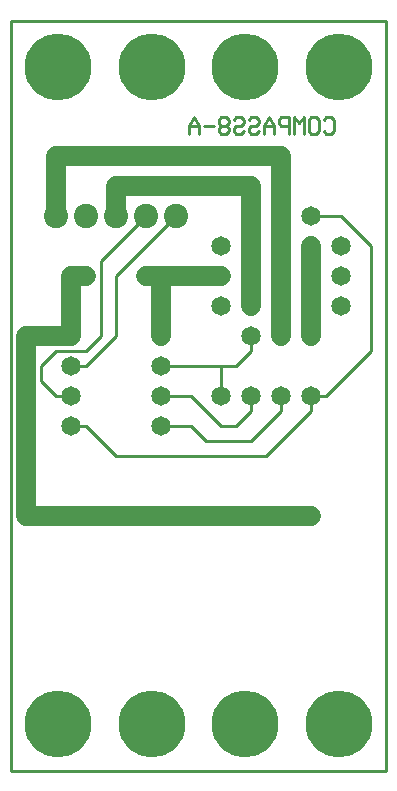
<source format=gbl>
%MOIN*%
%FSLAX25Y25*%
G04 D10 used for Character Trace; *
G04     Circle (OD=.01000) (No hole)*
G04 D11 used for Power Trace; *
G04     Circle (OD=.06700) (No hole)*
G04 D12 used for Signal Trace; *
G04     Circle (OD=.01100) (No hole)*
G04 D13 used for Via; *
G04     Circle (OD=.05800) (Round. Hole ID=.02800)*
G04 D14 used for Component hole; *
G04     Circle (OD=.06500) (Round. Hole ID=.03500)*
G04 D15 used for Component hole; *
G04     Circle (OD=.06700) (Round. Hole ID=.04300)*
G04 D16 used for Component hole; *
G04     Circle (OD=.08100) (Round. Hole ID=.05100)*
G04 D17 used for Component hole; *
G04     Circle (OD=.08900) (Round. Hole ID=.05900)*
G04 D18 used for Component hole; *
G04     Circle (OD=.11300) (Round. Hole ID=.08300)*
G04 D19 used for Component hole; *
G04     Circle (OD=.16000) (Round. Hole ID=.13000)*
G04 D20 used for Component hole; *
G04     Circle (OD=.18300) (Round. Hole ID=.15300)*
G04 D21 used for Component hole; *
G04     Circle (OD=.22291) (Round. Hole ID=.19291)*
%ADD10C,.01000*%
%ADD11C,.06700*%
%ADD12C,.01100*%
%ADD13C,.05800*%
%ADD14C,.06500*%
%ADD15C,.06700*%
%ADD16C,.08100*%
%ADD17C,.08900*%
%ADD18C,.11300*%
%ADD19C,.16000*%
%ADD20C,.18300*%
%ADD21C,.22291*%
%IPPOS*%
%LPD*%
G90*X0Y0D02*D21*X15625Y15625D03*X46875D03*        
X78125D03*D14*X80000Y85000D03*D11*X70000D01*D14*  
D03*D11*X5000D01*Y145000D01*X20000D01*D14*D03*D11*
Y165000D01*X25000D01*D14*D03*D12*X30000Y145000D02*
Y170000D01*X25000Y140000D02*X30000Y145000D01*     
X15000Y140000D02*X25000D01*X10000Y135000D02*      
X15000Y140000D01*X10000Y130000D02*Y135000D01*     
X15000Y125000D02*X10000Y130000D01*                
X15000Y125000D02*X20000D01*D14*D03*D12*Y135000D02*
X25000D01*D14*X20000D03*D12*X25000D02*            
X35000Y145000D01*Y165000D01*X55000Y185000D01*D16* 
D03*X45000D03*D12*X30000Y170000D01*D16*           
X15000Y185000D03*D11*Y205000D01*X90000D01*        
Y185000D01*D14*D03*D11*Y165000D01*D13*D03*D11*    
Y145000D01*D14*D03*D13*X100000Y155000D03*D11*     
Y145000D01*D14*D03*X110000Y155000D03*D11*         
X100000D02*Y175000D01*D13*D03*D14*                
X110000Y165000D03*D12*X120000Y175000D02*          
X110000Y185000D01*X120000Y140000D02*Y175000D01*   
X105000Y125000D02*X120000Y140000D01*              
X100000Y125000D02*X105000D01*D14*X100000D03*D12*  
Y120000D01*X85000Y105000D01*X35000D01*            
X25000Y115000D01*X20000D01*D14*D03*               
X50000Y145000D03*D11*Y165000D01*X45000D01*D14*D03*
D11*X50000D02*X70000D01*D14*D03*D13*              
X80000Y155000D03*D11*Y175000D01*D13*D03*D11*      
Y185000D01*D14*D03*D11*Y195000D01*X35000D01*      
Y185000D01*D16*D03*X25000D03*D10*                 
X104163Y213086D02*X105000Y212129D01*X106674D01*   
X107511Y213086D01*Y216914D01*X106674Y217871D01*   
X105000D01*X104163Y216914D01*X99163Y213086D02*    
X100000Y212129D01*X101674D01*X102511Y213086D01*   
Y216914D01*X101674Y217871D01*X100000D01*          
X99163Y216914D01*Y213086D01*X97511Y212129D02*     
Y217871D01*X95837Y215957D01*X94163Y217871D01*     
Y212129D01*X92511D02*Y217871D01*X90000D01*        
X89163Y216914D01*Y215957D01*X90000Y215000D01*     
X92511D01*X87511Y212129D02*Y215000D01*            
X85837Y217871D01*X84163Y215000D01*Y212129D01*     
X87511Y215000D02*X84163D01*X79163Y216914D02*      
X80000Y217871D01*X81674D01*X82511Y216914D01*      
Y215957D01*X81674Y215000D01*X80000D01*            
X79163Y214043D01*Y213086D01*X80000Y212129D01*     
X81674D01*X82511Y213086D01*X74163Y216914D02*      
X75000Y217871D01*X76674D01*X77511Y216914D01*      
Y215957D01*X76674Y215000D01*X75000D01*            
X74163Y214043D01*Y213086D01*X75000Y212129D01*     
X76674D01*X77511Y213086D01*X71674Y215000D02*      
X72511Y215957D01*Y216914D01*X71674Y217871D01*     
X70000D01*X69163Y216914D01*Y215957D01*            
X70000Y215000D01*X71674D01*X72511Y214043D01*      
Y213086D01*X71674Y212129D01*X70000D01*            
X69163Y213086D01*Y214043D01*X70000Y215000D01*     
X67511D02*X64163D01*X62511Y212129D02*Y215000D01*  
X60837Y217871D01*X59163Y215000D01*Y212129D01*     
X62511Y215000D02*X59163D01*D14*X70000Y155000D03*  
Y175000D03*D12*X75000Y135000D02*X80000Y140000D01* 
X70000Y135000D02*X75000D01*X70000Y125000D02*      
Y135000D01*D14*Y125000D03*D12*X65000Y110000D02*   
X60000Y115000D01*X65000Y110000D02*X80000D01*      
X90000Y120000D01*Y125000D01*D14*D03*X80000D03*D12*
Y120000D01*X75000Y115000D01*X70000D01*            
X60000Y125000D01*X50000D01*D14*D03*D12*Y115000D02*
X60000D01*D14*X50000D03*D12*Y135000D02*X70000D01* 
D14*X50000D03*D12*X80000Y140000D02*Y145000D01*D14*
D03*X110000Y175000D03*D12*X100000Y185000D02*      
X110000D01*D14*X100000D03*D21*X109375Y234375D03*  
X78125D03*X46875D03*D12*X125000Y0D02*Y250000D01*  
X0Y0D02*X125000D01*X0D02*Y250000D01*X125000D01*   
D21*X15625Y234375D03*D11*X80000Y85000D02*         
X90000D01*D14*D03*D11*X100000D01*D14*D03*D21*     
X109375Y15625D03*M02*                             

</source>
